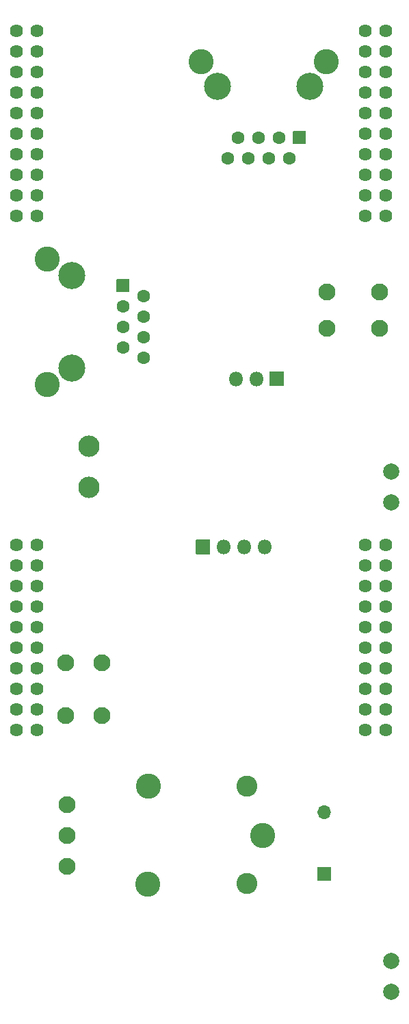
<source format=gbs>
G04 #@! TF.GenerationSoftware,KiCad,Pcbnew,(5.1.10-1-10_14)*
G04 #@! TF.CreationDate,2021-11-12T15:28:04+00:00*
G04 #@! TF.ProjectId,New-New-ACNode-Shield,4e65772d-4e65-4772-9d41-434e6f64652d,rev?*
G04 #@! TF.SameCoordinates,Original*
G04 #@! TF.FileFunction,Soldermask,Bot*
G04 #@! TF.FilePolarity,Negative*
%FSLAX46Y46*%
G04 Gerber Fmt 4.6, Leading zero omitted, Abs format (unit mm)*
G04 Created by KiCad (PCBNEW (5.1.10-1-10_14)) date 2021-11-12 15:28:04*
%MOMM*%
%LPD*%
G01*
G04 APERTURE LIST*
%ADD10O,1.800000X1.800000*%
%ADD11C,2.100000*%
%ADD12C,2.000000*%
%ADD13C,1.624000*%
%ADD14C,3.100000*%
%ADD15C,2.600000*%
%ADD16C,2.640000*%
%ADD17C,1.600000*%
%ADD18C,3.350000*%
%ADD19O,1.700000X1.700000*%
G04 APERTURE END LIST*
D10*
X151620000Y-88700000D03*
X154160000Y-88700000D03*
G36*
G01*
X155850000Y-87800000D02*
X157550000Y-87800000D01*
G75*
G02*
X157600000Y-87850000I0J-50000D01*
G01*
X157600000Y-89550000D01*
G75*
G02*
X157550000Y-89600000I-50000J0D01*
G01*
X155850000Y-89600000D01*
G75*
G02*
X155800000Y-89550000I0J50000D01*
G01*
X155800000Y-87850000D01*
G75*
G02*
X155850000Y-87800000I50000J0D01*
G01*
G37*
D11*
X130700000Y-148910000D03*
X130700000Y-145100000D03*
X130700000Y-141290000D03*
D12*
X170900000Y-160590000D03*
X170900000Y-164400000D03*
X170844000Y-100198000D03*
X170844000Y-104008000D03*
D13*
X170180000Y-132080000D03*
X167640000Y-132080000D03*
X127000000Y-132080000D03*
X124460000Y-132080000D03*
X170180000Y-129540000D03*
X167640000Y-129540000D03*
X170180000Y-127000000D03*
X167640000Y-127000000D03*
X170180000Y-124460000D03*
X167640000Y-124460000D03*
X170180000Y-121920000D03*
X167640000Y-121920000D03*
X170180000Y-119380000D03*
X167640000Y-119380000D03*
X170180000Y-116840000D03*
X167640000Y-116840000D03*
X170180000Y-114300000D03*
X167640000Y-114300000D03*
X170180000Y-111760000D03*
X167640000Y-111760000D03*
X170180000Y-109220000D03*
X167640000Y-109220000D03*
X170180000Y-68580000D03*
X167640000Y-68580000D03*
X170180000Y-66040000D03*
X167640000Y-66040000D03*
X170180000Y-63500000D03*
X167640000Y-63500000D03*
X170180000Y-60960000D03*
X167640000Y-60960000D03*
X170180000Y-58420000D03*
X167640000Y-58420000D03*
X170180000Y-55880000D03*
X167640000Y-55880000D03*
X170180000Y-53340000D03*
X167640000Y-53340000D03*
X170180000Y-50800000D03*
X167640000Y-50800000D03*
X170180000Y-48260000D03*
X167640000Y-48260000D03*
X170180000Y-45720000D03*
X167640000Y-45720000D03*
X127000000Y-129540000D03*
X124460000Y-129540000D03*
X127000000Y-127000000D03*
X124460000Y-127000000D03*
X127000000Y-124460000D03*
X124460000Y-124460000D03*
X127000000Y-121920000D03*
X124460000Y-121920000D03*
X127000000Y-119380000D03*
X124460000Y-119380000D03*
X127000000Y-116840000D03*
X124460000Y-116840000D03*
X127000000Y-114300000D03*
X124460000Y-114300000D03*
X127000000Y-111760000D03*
X124460000Y-111760000D03*
X127000000Y-109220000D03*
X124460000Y-109220000D03*
X127000000Y-68580000D03*
X124460000Y-68580000D03*
X127000000Y-66040000D03*
X124460000Y-66040000D03*
X127000000Y-63500000D03*
X124460000Y-63500000D03*
X127000000Y-60960000D03*
X124460000Y-60960000D03*
X127000000Y-58420000D03*
X124460000Y-58420000D03*
X127000000Y-55880000D03*
X124460000Y-55880000D03*
X127000000Y-53340000D03*
X124460000Y-53340000D03*
X127000000Y-50800000D03*
X124460000Y-50800000D03*
X127000000Y-48260000D03*
X124460000Y-48260000D03*
X127000000Y-45720000D03*
X124460000Y-45720000D03*
D14*
X154940000Y-145100000D03*
D15*
X152990000Y-151050000D03*
D14*
X140740000Y-151100000D03*
X140790000Y-139050000D03*
D15*
X152990000Y-139050000D03*
D11*
X130556000Y-123802000D03*
X135056000Y-123802000D03*
X130556000Y-130302000D03*
X135056000Y-130302000D03*
X169400000Y-78000000D03*
X169400000Y-82500000D03*
X162900000Y-78000000D03*
X162900000Y-82500000D03*
D10*
X155194000Y-109474000D03*
X152654000Y-109474000D03*
X150114000Y-109474000D03*
G36*
G01*
X148424000Y-110374000D02*
X146724000Y-110374000D01*
G75*
G02*
X146674000Y-110324000I0J50000D01*
G01*
X146674000Y-108624000D01*
G75*
G02*
X146724000Y-108574000I50000J0D01*
G01*
X148424000Y-108574000D01*
G75*
G02*
X148474000Y-108624000I0J-50000D01*
G01*
X148474000Y-110324000D01*
G75*
G02*
X148424000Y-110374000I-50000J0D01*
G01*
G37*
D16*
X133490000Y-102088000D03*
X133490000Y-97008000D03*
D17*
X153162000Y-61468000D03*
X150622000Y-61468000D03*
D14*
X162837000Y-49528000D03*
D17*
X158242000Y-61468000D03*
G36*
G01*
X158712000Y-59678000D02*
X158712000Y-58178000D01*
G75*
G02*
X158762000Y-58128000I50000J0D01*
G01*
X160262000Y-58128000D01*
G75*
G02*
X160312000Y-58178000I0J-50000D01*
G01*
X160312000Y-59678000D01*
G75*
G02*
X160262000Y-59728000I-50000J0D01*
G01*
X158762000Y-59728000D01*
G75*
G02*
X158712000Y-59678000I0J50000D01*
G01*
G37*
X151892000Y-58928000D03*
X155702000Y-61468000D03*
X154432000Y-58928000D03*
X156972000Y-58928000D03*
D18*
X160782000Y-52578000D03*
D14*
X147297000Y-49528000D03*
D18*
X149352000Y-52578000D03*
D17*
X140208000Y-83566000D03*
X140208000Y-86106000D03*
D14*
X128268000Y-73891000D03*
D17*
X140208000Y-78486000D03*
G36*
G01*
X138418000Y-78016000D02*
X136918000Y-78016000D01*
G75*
G02*
X136868000Y-77966000I0J50000D01*
G01*
X136868000Y-76466000D01*
G75*
G02*
X136918000Y-76416000I50000J0D01*
G01*
X138418000Y-76416000D01*
G75*
G02*
X138468000Y-76466000I0J-50000D01*
G01*
X138468000Y-77966000D01*
G75*
G02*
X138418000Y-78016000I-50000J0D01*
G01*
G37*
X137668000Y-84836000D03*
X140208000Y-81026000D03*
X137668000Y-82296000D03*
X137668000Y-79756000D03*
D18*
X131318000Y-75946000D03*
D14*
X128268000Y-89431000D03*
D18*
X131318000Y-87376000D03*
D19*
X162560000Y-142240000D03*
G36*
G01*
X163360000Y-150710000D02*
X161760000Y-150710000D01*
G75*
G02*
X161710000Y-150660000I0J50000D01*
G01*
X161710000Y-149060000D01*
G75*
G02*
X161760000Y-149010000I50000J0D01*
G01*
X163360000Y-149010000D01*
G75*
G02*
X163410000Y-149060000I0J-50000D01*
G01*
X163410000Y-150660000D01*
G75*
G02*
X163360000Y-150710000I-50000J0D01*
G01*
G37*
M02*

</source>
